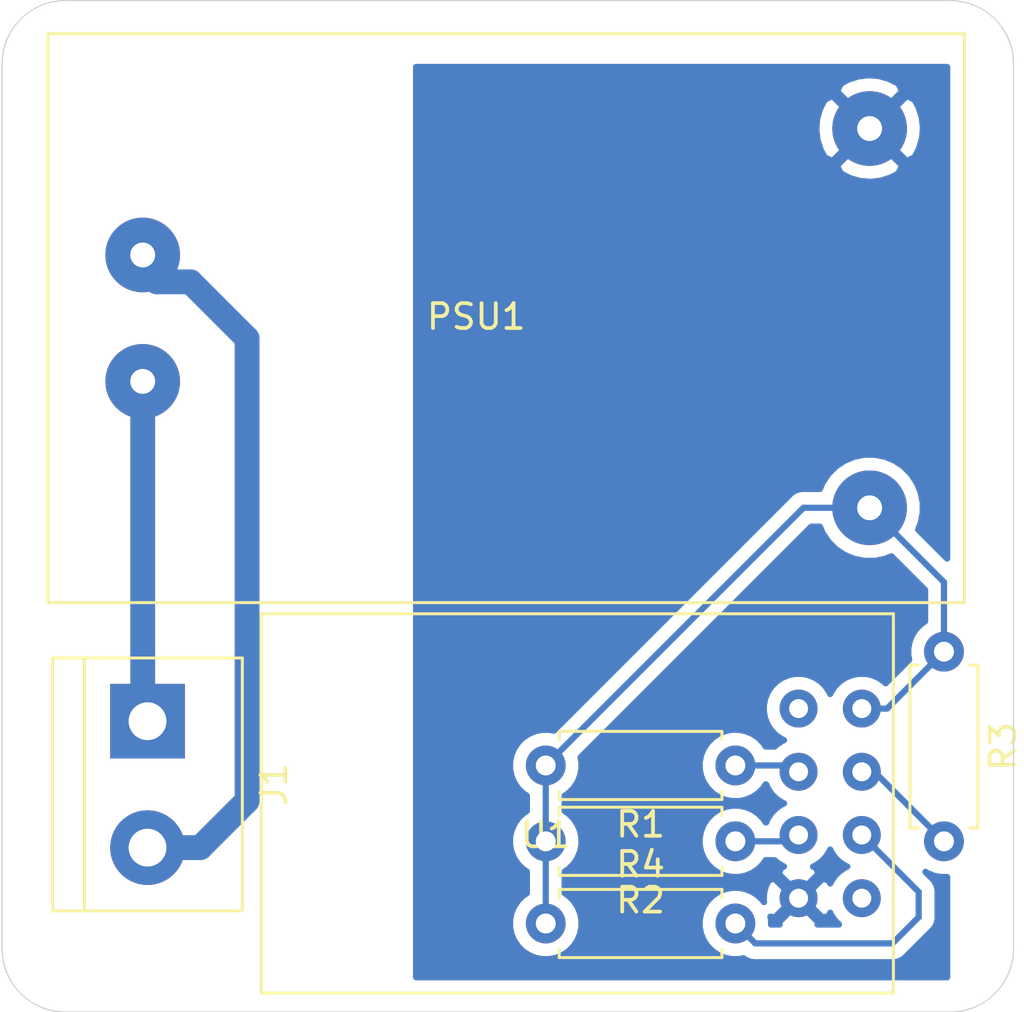
<source format=kicad_pcb>
(kicad_pcb (version 20171130) (host pcbnew "(5.1.7)-1")

  (general
    (thickness 1.6)
    (drawings 8)
    (tracks 28)
    (zones 0)
    (modules 7)
    (nets 11)
  )

  (page A4)
  (layers
    (0 F.Cu signal)
    (31 B.Cu signal)
    (32 B.Adhes user)
    (33 F.Adhes user)
    (34 B.Paste user)
    (35 F.Paste user)
    (36 B.SilkS user)
    (37 F.SilkS user)
    (38 B.Mask user)
    (39 F.Mask user)
    (40 Dwgs.User user)
    (41 Cmts.User user)
    (42 Eco1.User user)
    (43 Eco2.User user)
    (44 Edge.Cuts user)
    (45 Margin user)
    (46 B.CrtYd user)
    (47 F.CrtYd user)
    (48 B.Fab user)
    (49 F.Fab user)
  )

  (setup
    (last_trace_width 0.25)
    (trace_clearance 0.2)
    (zone_clearance 0.508)
    (zone_45_only no)
    (trace_min 0.2)
    (via_size 0.8)
    (via_drill 0.4)
    (via_min_size 0.4)
    (via_min_drill 0.3)
    (uvia_size 0.3)
    (uvia_drill 0.1)
    (uvias_allowed no)
    (uvia_min_size 0.2)
    (uvia_min_drill 0.1)
    (edge_width 0.05)
    (segment_width 0.2)
    (pcb_text_width 0.3)
    (pcb_text_size 1.5 1.5)
    (mod_edge_width 0.12)
    (mod_text_size 1 1)
    (mod_text_width 0.15)
    (pad_size 1.524 1.524)
    (pad_drill 0.762)
    (pad_to_mask_clearance 0)
    (aux_axis_origin 0 0)
    (visible_elements FFFFFF7F)
    (pcbplotparams
      (layerselection 0x010fc_ffffffff)
      (usegerberextensions false)
      (usegerberattributes true)
      (usegerberadvancedattributes true)
      (creategerberjobfile true)
      (excludeedgelayer true)
      (linewidth 0.100000)
      (plotframeref false)
      (viasonmask false)
      (mode 1)
      (useauxorigin false)
      (hpglpennumber 1)
      (hpglpenspeed 20)
      (hpglpendiameter 15.000000)
      (psnegative false)
      (psa4output false)
      (plotreference true)
      (plotvalue true)
      (plotinvisibletext false)
      (padsonsilk false)
      (subtractmaskfromsilk false)
      (outputformat 1)
      (mirror false)
      (drillshape 1)
      (scaleselection 1)
      (outputdirectory ""))
  )

  (net 0 "")
  (net 1 GND)
  (net 2 +3V3)
  (net 3 IO0)
  (net 4 IO2)
  (net 5 RST)
  (net 6 EN)
  (net 7 TX)
  (net 8 RX)
  (net 9 "Net-(J1-Pad2)")
  (net 10 "Net-(J1-Pad1)")

  (net_class Default "This is the default net class."
    (clearance 0.2)
    (trace_width 0.25)
    (via_dia 0.8)
    (via_drill 0.4)
    (uvia_dia 0.3)
    (uvia_drill 0.1)
    (add_net +3V3)
    (add_net EN)
    (add_net GND)
    (add_net IO0)
    (add_net IO2)
    (add_net RST)
    (add_net RX)
    (add_net TX)
  )

  (net_class "AC Power" ""
    (clearance 2)
    (trace_width 1)
    (via_dia 1)
    (via_drill 0.4)
    (uvia_dia 0.3)
    (uvia_drill 0.1)
    (add_net "Net-(J1-Pad1)")
    (add_net "Net-(J1-Pad2)")
  )

  (module Elektron_Components_1:AZ-Delivery_AC-03-3_3v3_PSU (layer F.Cu) (tedit 5FC91A23) (tstamp 5FCA5F35)
    (at 146.618001 77.530001)
    (path /5FCA0A99)
    (fp_text reference PSU1 (at -1.838001 -0.060001) (layer F.SilkS)
      (effects (font (size 1 1) (thickness 0.15)))
    )
    (fp_text value AZ-Delivery_AC-03-3_3v3_PSU (at -1.838001 -7.680001) (layer F.Fab)
      (effects (font (size 1 1) (thickness 0.15)))
    )
    (fp_line (start 17.78 -11.43) (end 17.78 11.43) (layer F.SilkS) (width 0.12))
    (fp_line (start 17.78 11.43) (end -19.05 11.43) (layer F.SilkS) (width 0.12))
    (fp_line (start -19.05 11.43) (end -19.05 -11.43) (layer F.SilkS) (width 0.12))
    (fp_line (start -19.05 -11.43) (end 17.78 -11.43) (layer F.SilkS) (width 0.12))
    (pad 1 thru_hole circle (at -15.24 -2.54) (size 3 3) (drill 1) (layers *.Cu *.Mask)
      (net 9 "Net-(J1-Pad2)"))
    (pad 2 thru_hole circle (at -15.24 2.54) (size 3 3) (drill 1) (layers *.Cu *.Mask)
      (net 10 "Net-(J1-Pad1)"))
    (pad 3 thru_hole circle (at 13.97 -7.62) (size 3 3) (drill 1) (layers *.Cu *.Mask)
      (net 1 GND))
    (pad 4 thru_hole circle (at 13.97 7.62) (size 3 3) (drill 1) (layers *.Cu *.Mask)
      (net 2 +3V3))
  )

  (module Resistor_THT:R_Axial_DIN0207_L6.3mm_D2.5mm_P7.62mm_Horizontal (layer F.Cu) (tedit 5AE5139B) (tstamp 5FCA5F4C)
    (at 155.194 95.504 180)
    (descr "Resistor, Axial_DIN0207 series, Axial, Horizontal, pin pitch=7.62mm, 0.25W = 1/4W, length*diameter=6.3*2.5mm^2, http://cdn-reichelt.de/documents/datenblatt/B400/1_4W%23YAG.pdf")
    (tags "Resistor Axial_DIN0207 series Axial Horizontal pin pitch 7.62mm 0.25W = 1/4W length 6.3mm diameter 2.5mm")
    (path /5FCAF00D)
    (fp_text reference R1 (at 3.81 -2.37) (layer F.SilkS)
      (effects (font (size 1 1) (thickness 0.15)))
    )
    (fp_text value R (at 3.81 2.37) (layer F.Fab)
      (effects (font (size 1 1) (thickness 0.15)))
    )
    (fp_line (start 8.67 -1.5) (end -1.05 -1.5) (layer F.CrtYd) (width 0.05))
    (fp_line (start 8.67 1.5) (end 8.67 -1.5) (layer F.CrtYd) (width 0.05))
    (fp_line (start -1.05 1.5) (end 8.67 1.5) (layer F.CrtYd) (width 0.05))
    (fp_line (start -1.05 -1.5) (end -1.05 1.5) (layer F.CrtYd) (width 0.05))
    (fp_line (start 7.08 1.37) (end 7.08 1.04) (layer F.SilkS) (width 0.12))
    (fp_line (start 0.54 1.37) (end 7.08 1.37) (layer F.SilkS) (width 0.12))
    (fp_line (start 0.54 1.04) (end 0.54 1.37) (layer F.SilkS) (width 0.12))
    (fp_line (start 7.08 -1.37) (end 7.08 -1.04) (layer F.SilkS) (width 0.12))
    (fp_line (start 0.54 -1.37) (end 7.08 -1.37) (layer F.SilkS) (width 0.12))
    (fp_line (start 0.54 -1.04) (end 0.54 -1.37) (layer F.SilkS) (width 0.12))
    (fp_line (start 7.62 0) (end 6.96 0) (layer F.Fab) (width 0.1))
    (fp_line (start 0 0) (end 0.66 0) (layer F.Fab) (width 0.1))
    (fp_line (start 6.96 -1.25) (end 0.66 -1.25) (layer F.Fab) (width 0.1))
    (fp_line (start 6.96 1.25) (end 6.96 -1.25) (layer F.Fab) (width 0.1))
    (fp_line (start 0.66 1.25) (end 6.96 1.25) (layer F.Fab) (width 0.1))
    (fp_line (start 0.66 -1.25) (end 0.66 1.25) (layer F.Fab) (width 0.1))
    (fp_text user %R (at 3.81 0) (layer F.Fab)
      (effects (font (size 1 1) (thickness 0.15)))
    )
    (pad 1 thru_hole circle (at 0 0 180) (size 1.6 1.6) (drill 0.8) (layers *.Cu *.Mask)
      (net 3 IO0))
    (pad 2 thru_hole oval (at 7.62 0 180) (size 1.6 1.6) (drill 0.8) (layers *.Cu *.Mask)
      (net 2 +3V3))
    (model ${KISYS3DMOD}/Resistor_THT.3dshapes/R_Axial_DIN0207_L6.3mm_D2.5mm_P7.62mm_Horizontal.wrl
      (at (xyz 0 0 0))
      (scale (xyz 1 1 1))
      (rotate (xyz 0 0 0))
    )
  )

  (module Resistor_THT:R_Axial_DIN0207_L6.3mm_D2.5mm_P7.62mm_Horizontal (layer F.Cu) (tedit 5AE5139B) (tstamp 5FCA65FA)
    (at 155.194 98.552 180)
    (descr "Resistor, Axial_DIN0207 series, Axial, Horizontal, pin pitch=7.62mm, 0.25W = 1/4W, length*diameter=6.3*2.5mm^2, http://cdn-reichelt.de/documents/datenblatt/B400/1_4W%23YAG.pdf")
    (tags "Resistor Axial_DIN0207 series Axial Horizontal pin pitch 7.62mm 0.25W = 1/4W length 6.3mm diameter 2.5mm")
    (path /5FCAF013)
    (fp_text reference R2 (at 3.81 -2.37) (layer F.SilkS)
      (effects (font (size 1 1) (thickness 0.15)))
    )
    (fp_text value R (at 3.81 2.37) (layer F.Fab)
      (effects (font (size 1 1) (thickness 0.15)))
    )
    (fp_text user %R (at 3.81 0) (layer F.Fab)
      (effects (font (size 1 1) (thickness 0.15)))
    )
    (fp_line (start 0.66 -1.25) (end 0.66 1.25) (layer F.Fab) (width 0.1))
    (fp_line (start 0.66 1.25) (end 6.96 1.25) (layer F.Fab) (width 0.1))
    (fp_line (start 6.96 1.25) (end 6.96 -1.25) (layer F.Fab) (width 0.1))
    (fp_line (start 6.96 -1.25) (end 0.66 -1.25) (layer F.Fab) (width 0.1))
    (fp_line (start 0 0) (end 0.66 0) (layer F.Fab) (width 0.1))
    (fp_line (start 7.62 0) (end 6.96 0) (layer F.Fab) (width 0.1))
    (fp_line (start 0.54 -1.04) (end 0.54 -1.37) (layer F.SilkS) (width 0.12))
    (fp_line (start 0.54 -1.37) (end 7.08 -1.37) (layer F.SilkS) (width 0.12))
    (fp_line (start 7.08 -1.37) (end 7.08 -1.04) (layer F.SilkS) (width 0.12))
    (fp_line (start 0.54 1.04) (end 0.54 1.37) (layer F.SilkS) (width 0.12))
    (fp_line (start 0.54 1.37) (end 7.08 1.37) (layer F.SilkS) (width 0.12))
    (fp_line (start 7.08 1.37) (end 7.08 1.04) (layer F.SilkS) (width 0.12))
    (fp_line (start -1.05 -1.5) (end -1.05 1.5) (layer F.CrtYd) (width 0.05))
    (fp_line (start -1.05 1.5) (end 8.67 1.5) (layer F.CrtYd) (width 0.05))
    (fp_line (start 8.67 1.5) (end 8.67 -1.5) (layer F.CrtYd) (width 0.05))
    (fp_line (start 8.67 -1.5) (end -1.05 -1.5) (layer F.CrtYd) (width 0.05))
    (pad 2 thru_hole oval (at 7.62 0 180) (size 1.6 1.6) (drill 0.8) (layers *.Cu *.Mask)
      (net 2 +3V3))
    (pad 1 thru_hole circle (at 0 0 180) (size 1.6 1.6) (drill 0.8) (layers *.Cu *.Mask)
      (net 4 IO2))
    (model ${KISYS3DMOD}/Resistor_THT.3dshapes/R_Axial_DIN0207_L6.3mm_D2.5mm_P7.62mm_Horizontal.wrl
      (at (xyz 0 0 0))
      (scale (xyz 1 1 1))
      (rotate (xyz 0 0 0))
    )
  )

  (module Resistor_THT:R_Axial_DIN0207_L6.3mm_D2.5mm_P7.62mm_Horizontal (layer F.Cu) (tedit 5AE5139B) (tstamp 5FCA672E)
    (at 163.576 90.932 270)
    (descr "Resistor, Axial_DIN0207 series, Axial, Horizontal, pin pitch=7.62mm, 0.25W = 1/4W, length*diameter=6.3*2.5mm^2, http://cdn-reichelt.de/documents/datenblatt/B400/1_4W%23YAG.pdf")
    (tags "Resistor Axial_DIN0207 series Axial Horizontal pin pitch 7.62mm 0.25W = 1/4W length 6.3mm diameter 2.5mm")
    (path /5FCAC133)
    (fp_text reference R3 (at 3.81 -2.37 90) (layer F.SilkS)
      (effects (font (size 1 1) (thickness 0.15)))
    )
    (fp_text value R (at 3.81 2.37 90) (layer F.Fab)
      (effects (font (size 1 1) (thickness 0.15)))
    )
    (fp_line (start 8.67 -1.5) (end -1.05 -1.5) (layer F.CrtYd) (width 0.05))
    (fp_line (start 8.67 1.5) (end 8.67 -1.5) (layer F.CrtYd) (width 0.05))
    (fp_line (start -1.05 1.5) (end 8.67 1.5) (layer F.CrtYd) (width 0.05))
    (fp_line (start -1.05 -1.5) (end -1.05 1.5) (layer F.CrtYd) (width 0.05))
    (fp_line (start 7.08 1.37) (end 7.08 1.04) (layer F.SilkS) (width 0.12))
    (fp_line (start 0.54 1.37) (end 7.08 1.37) (layer F.SilkS) (width 0.12))
    (fp_line (start 0.54 1.04) (end 0.54 1.37) (layer F.SilkS) (width 0.12))
    (fp_line (start 7.08 -1.37) (end 7.08 -1.04) (layer F.SilkS) (width 0.12))
    (fp_line (start 0.54 -1.37) (end 7.08 -1.37) (layer F.SilkS) (width 0.12))
    (fp_line (start 0.54 -1.04) (end 0.54 -1.37) (layer F.SilkS) (width 0.12))
    (fp_line (start 7.62 0) (end 6.96 0) (layer F.Fab) (width 0.1))
    (fp_line (start 0 0) (end 0.66 0) (layer F.Fab) (width 0.1))
    (fp_line (start 6.96 -1.25) (end 0.66 -1.25) (layer F.Fab) (width 0.1))
    (fp_line (start 6.96 1.25) (end 6.96 -1.25) (layer F.Fab) (width 0.1))
    (fp_line (start 0.66 1.25) (end 6.96 1.25) (layer F.Fab) (width 0.1))
    (fp_line (start 0.66 -1.25) (end 0.66 1.25) (layer F.Fab) (width 0.1))
    (fp_text user %R (at 3.81 0 90) (layer F.Fab)
      (effects (font (size 1 1) (thickness 0.15)))
    )
    (pad 1 thru_hole circle (at 0 0 270) (size 1.6 1.6) (drill 0.8) (layers *.Cu *.Mask)
      (net 2 +3V3))
    (pad 2 thru_hole oval (at 7.62 0 270) (size 1.6 1.6) (drill 0.8) (layers *.Cu *.Mask)
      (net 5 RST))
    (model ${KISYS3DMOD}/Resistor_THT.3dshapes/R_Axial_DIN0207_L6.3mm_D2.5mm_P7.62mm_Horizontal.wrl
      (at (xyz 0 0 0))
      (scale (xyz 1 1 1))
      (rotate (xyz 0 0 0))
    )
  )

  (module Resistor_THT:R_Axial_DIN0207_L6.3mm_D2.5mm_P7.62mm_Horizontal (layer F.Cu) (tedit 5AE5139B) (tstamp 5FCA5F91)
    (at 147.574 101.854)
    (descr "Resistor, Axial_DIN0207 series, Axial, Horizontal, pin pitch=7.62mm, 0.25W = 1/4W, length*diameter=6.3*2.5mm^2, http://cdn-reichelt.de/documents/datenblatt/B400/1_4W%23YAG.pdf")
    (tags "Resistor Axial_DIN0207 series Axial Horizontal pin pitch 7.62mm 0.25W = 1/4W length 6.3mm diameter 2.5mm")
    (path /5FCACA58)
    (fp_text reference R4 (at 3.81 -2.37) (layer F.SilkS)
      (effects (font (size 1 1) (thickness 0.15)))
    )
    (fp_text value R (at 3.81 2.37) (layer F.Fab)
      (effects (font (size 1 1) (thickness 0.15)))
    )
    (fp_text user %R (at 3.81 0 90) (layer F.Fab)
      (effects (font (size 1 1) (thickness 0.15)))
    )
    (fp_line (start 0.66 -1.25) (end 0.66 1.25) (layer F.Fab) (width 0.1))
    (fp_line (start 0.66 1.25) (end 6.96 1.25) (layer F.Fab) (width 0.1))
    (fp_line (start 6.96 1.25) (end 6.96 -1.25) (layer F.Fab) (width 0.1))
    (fp_line (start 6.96 -1.25) (end 0.66 -1.25) (layer F.Fab) (width 0.1))
    (fp_line (start 0 0) (end 0.66 0) (layer F.Fab) (width 0.1))
    (fp_line (start 7.62 0) (end 6.96 0) (layer F.Fab) (width 0.1))
    (fp_line (start 0.54 -1.04) (end 0.54 -1.37) (layer F.SilkS) (width 0.12))
    (fp_line (start 0.54 -1.37) (end 7.08 -1.37) (layer F.SilkS) (width 0.12))
    (fp_line (start 7.08 -1.37) (end 7.08 -1.04) (layer F.SilkS) (width 0.12))
    (fp_line (start 0.54 1.04) (end 0.54 1.37) (layer F.SilkS) (width 0.12))
    (fp_line (start 0.54 1.37) (end 7.08 1.37) (layer F.SilkS) (width 0.12))
    (fp_line (start 7.08 1.37) (end 7.08 1.04) (layer F.SilkS) (width 0.12))
    (fp_line (start -1.05 -1.5) (end -1.05 1.5) (layer F.CrtYd) (width 0.05))
    (fp_line (start -1.05 1.5) (end 8.67 1.5) (layer F.CrtYd) (width 0.05))
    (fp_line (start 8.67 1.5) (end 8.67 -1.5) (layer F.CrtYd) (width 0.05))
    (fp_line (start 8.67 -1.5) (end -1.05 -1.5) (layer F.CrtYd) (width 0.05))
    (pad 2 thru_hole oval (at 7.62 0) (size 1.6 1.6) (drill 0.8) (layers *.Cu *.Mask)
      (net 6 EN))
    (pad 1 thru_hole circle (at 0 0) (size 1.6 1.6) (drill 0.8) (layers *.Cu *.Mask)
      (net 2 +3V3))
    (model ${KISYS3DMOD}/Resistor_THT.3dshapes/R_Axial_DIN0207_L6.3mm_D2.5mm_P7.62mm_Horizontal.wrl
      (at (xyz 0 0 0))
      (scale (xyz 1 1 1))
      (rotate (xyz 0 0 0))
    )
  )

  (module Elektron_Components_1:ESP8266_ESP01 (layer F.Cu) (tedit 5FC9F89A) (tstamp 5FCA5FA1)
    (at 159.004 97.028)
    (path /5FCA1DDF)
    (fp_text reference U1 (at -11.43 1.27) (layer F.SilkS)
      (effects (font (size 1 1) (thickness 0.15)))
    )
    (fp_text value ESP8266_ESP01 (at -10.16 -1.27) (layer F.Fab)
      (effects (font (size 1 1) (thickness 0.15)))
    )
    (fp_line (start -22.86 7.62) (end 2.54 7.62) (layer F.SilkS) (width 0.12))
    (fp_line (start -22.86 -7.62) (end -22.86 7.62) (layer F.SilkS) (width 0.12))
    (fp_line (start 2.54 -7.62) (end -22.86 -7.62) (layer F.SilkS) (width 0.12))
    (fp_line (start 2.54 -7.62) (end 2.54 7.62) (layer F.SilkS) (width 0.12))
    (pad 3 thru_hole circle (at 1.27 -1.27) (size 1.524 1.524) (drill 0.762) (layers *.Cu *.Mask)
      (net 5 RST))
    (pad 2 thru_hole circle (at 1.27 1.27) (size 1.524 1.524) (drill 0.762) (layers *.Cu *.Mask)
      (net 6 EN))
    (pad 4 thru_hole circle (at 1.27 -3.81) (size 1.524 1.524) (drill 0.762) (layers *.Cu *.Mask)
      (net 2 +3V3))
    (pad 1 thru_hole circle (at 1.27 3.81) (size 1.524 1.524) (drill 0.762) (layers *.Cu *.Mask)
      (net 7 TX))
    (pad 5 thru_hole circle (at -1.27 3.81) (size 1.524 1.524) (drill 0.762) (layers *.Cu *.Mask)
      (net 1 GND))
    (pad 6 thru_hole circle (at -1.27 1.27) (size 1.524 1.524) (drill 0.762) (layers *.Cu *.Mask)
      (net 4 IO2))
    (pad 7 thru_hole circle (at -1.27 -1.27) (size 1.524 1.524) (drill 0.762) (layers *.Cu *.Mask)
      (net 3 IO0))
    (pad 8 thru_hole circle (at -1.27 -3.81) (size 1.524 1.524) (drill 0.762) (layers *.Cu *.Mask)
      (net 8 RX))
  )

  (module TerminalBlock:TerminalBlock_bornier-2_P5.08mm (layer F.Cu) (tedit 59FF03AB) (tstamp 5FCA62E3)
    (at 131.572 93.726 270)
    (descr "simple 2-pin terminal block, pitch 5.08mm, revamped version of bornier2")
    (tags "terminal block bornier2")
    (path /5FCBBA49)
    (fp_text reference J1 (at 2.54 -5.08 90) (layer F.SilkS)
      (effects (font (size 1 1) (thickness 0.15)))
    )
    (fp_text value Screw_Terminal_01x02 (at 2.54 5.08 90) (layer F.Fab)
      (effects (font (size 1 1) (thickness 0.15)))
    )
    (fp_line (start 7.79 4) (end -2.71 4) (layer F.CrtYd) (width 0.05))
    (fp_line (start 7.79 4) (end 7.79 -4) (layer F.CrtYd) (width 0.05))
    (fp_line (start -2.71 -4) (end -2.71 4) (layer F.CrtYd) (width 0.05))
    (fp_line (start -2.71 -4) (end 7.79 -4) (layer F.CrtYd) (width 0.05))
    (fp_line (start -2.54 3.81) (end 7.62 3.81) (layer F.SilkS) (width 0.12))
    (fp_line (start -2.54 -3.81) (end -2.54 3.81) (layer F.SilkS) (width 0.12))
    (fp_line (start 7.62 -3.81) (end -2.54 -3.81) (layer F.SilkS) (width 0.12))
    (fp_line (start 7.62 3.81) (end 7.62 -3.81) (layer F.SilkS) (width 0.12))
    (fp_line (start 7.62 2.54) (end -2.54 2.54) (layer F.SilkS) (width 0.12))
    (fp_line (start 7.54 -3.75) (end -2.46 -3.75) (layer F.Fab) (width 0.1))
    (fp_line (start 7.54 3.75) (end 7.54 -3.75) (layer F.Fab) (width 0.1))
    (fp_line (start -2.46 3.75) (end 7.54 3.75) (layer F.Fab) (width 0.1))
    (fp_line (start -2.46 -3.75) (end -2.46 3.75) (layer F.Fab) (width 0.1))
    (fp_line (start -2.41 2.55) (end 7.49 2.55) (layer F.Fab) (width 0.1))
    (fp_text user %R (at 2.54 0 90) (layer F.Fab)
      (effects (font (size 1 1) (thickness 0.15)))
    )
    (pad 1 thru_hole rect (at 0 0 270) (size 3 3) (drill 1.52) (layers *.Cu *.Mask)
      (net 10 "Net-(J1-Pad1)"))
    (pad 2 thru_hole circle (at 5.08 0 270) (size 3 3) (drill 1.52) (layers *.Cu *.Mask)
      (net 9 "Net-(J1-Pad2)"))
    (model ${KISYS3DMOD}/TerminalBlock.3dshapes/TerminalBlock_bornier-2_P5.08mm.wrl
      (offset (xyz 2.539999961853027 0 0))
      (scale (xyz 1 1 1))
      (rotate (xyz 0 0 0))
    )
  )

  (gr_arc (start 163.83 67.31) (end 166.37 67.31) (angle -90) (layer Edge.Cuts) (width 0.05))
  (gr_arc (start 128.27 67.31) (end 128.27 64.77) (angle -90) (layer Edge.Cuts) (width 0.05))
  (gr_arc (start 128.27 102.87) (end 125.73 102.87) (angle -90) (layer Edge.Cuts) (width 0.05))
  (gr_arc (start 163.83 102.87) (end 163.83 105.41) (angle -90) (layer Edge.Cuts) (width 0.05))
  (gr_line (start 163.83 105.41) (end 128.27 105.41) (layer Edge.Cuts) (width 0.05) (tstamp 5FCA6928))
  (gr_line (start 125.73 67.31) (end 125.73 102.87) (layer Edge.Cuts) (width 0.05))
  (gr_line (start 163.83 64.77) (end 128.27 64.77) (layer Edge.Cuts) (width 0.05))
  (gr_line (start 166.37 102.87) (end 166.37 67.31) (layer Edge.Cuts) (width 0.05))

  (segment (start 163.576 88.138) (end 160.588001 85.150001) (width 0.25) (layer B.Cu) (net 2))
  (segment (start 163.576 90.932) (end 163.576 88.138) (width 0.25) (layer B.Cu) (net 2))
  (segment (start 161.29 93.218) (end 160.274 93.218) (width 0.25) (layer B.Cu) (net 2))
  (segment (start 163.576 90.932) (end 161.29 93.218) (width 0.25) (layer B.Cu) (net 2))
  (segment (start 157.927999 85.150001) (end 147.574 95.504) (width 0.25) (layer B.Cu) (net 2))
  (segment (start 160.588001 85.150001) (end 157.927999 85.150001) (width 0.25) (layer B.Cu) (net 2))
  (segment (start 147.574 95.504) (end 147.574 98.552) (width 0.25) (layer B.Cu) (net 2))
  (segment (start 147.574 98.552) (end 147.574 101.854) (width 0.25) (layer B.Cu) (net 2))
  (segment (start 157.48 95.504) (end 157.734 95.758) (width 0.25) (layer B.Cu) (net 3))
  (segment (start 155.194 95.504) (end 157.48 95.504) (width 0.25) (layer B.Cu) (net 3))
  (segment (start 157.48 98.552) (end 157.734 98.298) (width 0.25) (layer B.Cu) (net 4))
  (segment (start 155.194 98.552) (end 157.48 98.552) (width 0.25) (layer B.Cu) (net 4))
  (segment (start 160.782 95.758) (end 160.274 95.758) (width 0.25) (layer B.Cu) (net 5))
  (segment (start 163.576 98.552) (end 160.782 95.758) (width 0.25) (layer B.Cu) (net 5))
  (segment (start 155.993999 102.653999) (end 161.506001 102.653999) (width 0.25) (layer B.Cu) (net 6))
  (segment (start 155.194 101.854) (end 155.993999 102.653999) (width 0.25) (layer B.Cu) (net 6))
  (segment (start 161.506001 102.653999) (end 162.56 101.6) (width 0.25) (layer B.Cu) (net 6))
  (segment (start 162.56 100.584) (end 160.274 98.298) (width 0.25) (layer B.Cu) (net 6))
  (segment (start 162.56 101.6) (end 162.56 100.584) (width 0.25) (layer B.Cu) (net 6))
  (segment (start 133.69332 98.806) (end 131.572 98.806) (width 1) (layer B.Cu) (net 9))
  (segment (start 133.298002 76.07) (end 135.572001 78.343999) (width 1) (layer B.Cu) (net 9))
  (segment (start 131.95 76.07) (end 133.298002 76.07) (width 1) (layer B.Cu) (net 9))
  (segment (start 135.572001 96.927319) (end 133.69332 98.806) (width 1) (layer B.Cu) (net 9))
  (segment (start 135.572001 78.343999) (end 135.572001 96.927319) (width 1) (layer B.Cu) (net 9))
  (segment (start 131.378001 75.498001) (end 131.95 76.07) (width 1) (layer B.Cu) (net 9))
  (segment (start 131.378001 74.990001) (end 131.378001 75.498001) (width 1) (layer B.Cu) (net 9))
  (segment (start 131.378001 93.532001) (end 131.572 93.726) (width 1) (layer B.Cu) (net 10))
  (segment (start 131.378001 80.070001) (end 131.378001 93.532001) (width 1) (layer B.Cu) (net 10))

  (zone (net 1) (net_name GND) (layer B.Cu) (tstamp 0) (hatch edge 0.508)
    (connect_pads (clearance 0.508))
    (min_thickness 0.254)
    (fill yes (arc_segments 32) (thermal_gap 0.508) (thermal_bridge_width 0.508))
    (polygon
      (pts
        (xy 163.83 104.14) (xy 142.24 104.14) (xy 142.24 67.31) (xy 163.83 67.31)
      )
    )
    (filled_polygon
      (pts
        (xy 163.703 87.190198) (xy 162.536861 86.02406) (xy 162.640954 85.772757) (xy 162.723001 85.36028) (xy 162.723001 84.939722)
        (xy 162.640954 84.527245) (xy 162.480013 84.138699) (xy 162.246364 83.789018) (xy 161.948984 83.491638) (xy 161.599303 83.257989)
        (xy 161.210757 83.097048) (xy 160.79828 83.015001) (xy 160.377722 83.015001) (xy 159.965245 83.097048) (xy 159.576699 83.257989)
        (xy 159.227018 83.491638) (xy 158.929638 83.789018) (xy 158.695989 84.138699) (xy 158.591896 84.390001) (xy 157.965322 84.390001)
        (xy 157.927999 84.386325) (xy 157.890676 84.390001) (xy 157.890666 84.390001) (xy 157.779013 84.400998) (xy 157.635752 84.444455)
        (xy 157.503723 84.515027) (xy 157.387998 84.61) (xy 157.3642 84.638998) (xy 147.897887 94.105312) (xy 147.715335 94.069)
        (xy 147.432665 94.069) (xy 147.155426 94.124147) (xy 146.894273 94.23232) (xy 146.659241 94.389363) (xy 146.459363 94.589241)
        (xy 146.30232 94.824273) (xy 146.194147 95.085426) (xy 146.139 95.362665) (xy 146.139 95.645335) (xy 146.194147 95.922574)
        (xy 146.30232 96.183727) (xy 146.459363 96.418759) (xy 146.659241 96.618637) (xy 146.814 96.722044) (xy 146.814001 97.333956)
        (xy 146.659241 97.437363) (xy 146.459363 97.637241) (xy 146.30232 97.872273) (xy 146.194147 98.133426) (xy 146.139 98.410665)
        (xy 146.139 98.693335) (xy 146.194147 98.970574) (xy 146.30232 99.231727) (xy 146.459363 99.466759) (xy 146.659241 99.666637)
        (xy 146.814 99.770044) (xy 146.814001 100.635956) (xy 146.659241 100.739363) (xy 146.459363 100.939241) (xy 146.30232 101.174273)
        (xy 146.194147 101.435426) (xy 146.139 101.712665) (xy 146.139 101.995335) (xy 146.194147 102.272574) (xy 146.30232 102.533727)
        (xy 146.459363 102.768759) (xy 146.659241 102.968637) (xy 146.894273 103.12568) (xy 147.155426 103.233853) (xy 147.432665 103.289)
        (xy 147.715335 103.289) (xy 147.992574 103.233853) (xy 148.253727 103.12568) (xy 148.488759 102.968637) (xy 148.688637 102.768759)
        (xy 148.84568 102.533727) (xy 148.953853 102.272574) (xy 149.009 101.995335) (xy 149.009 101.712665) (xy 148.953853 101.435426)
        (xy 148.84568 101.174273) (xy 148.688637 100.939241) (xy 148.488759 100.739363) (xy 148.334 100.635957) (xy 148.334 99.770043)
        (xy 148.488759 99.666637) (xy 148.688637 99.466759) (xy 148.84568 99.231727) (xy 148.953853 98.970574) (xy 149.009 98.693335)
        (xy 149.009 98.410665) (xy 148.953853 98.133426) (xy 148.84568 97.872273) (xy 148.688637 97.637241) (xy 148.488759 97.437363)
        (xy 148.334 97.333957) (xy 148.334 96.722043) (xy 148.488759 96.618637) (xy 148.688637 96.418759) (xy 148.84568 96.183727)
        (xy 148.953853 95.922574) (xy 149.009 95.645335) (xy 149.009 95.362665) (xy 148.972688 95.180113) (xy 158.242801 85.910001)
        (xy 158.591896 85.910001) (xy 158.695989 86.161303) (xy 158.929638 86.510984) (xy 159.227018 86.808364) (xy 159.576699 87.042013)
        (xy 159.965245 87.202954) (xy 160.377722 87.285001) (xy 160.79828 87.285001) (xy 161.210757 87.202954) (xy 161.46206 87.098861)
        (xy 162.816001 88.452803) (xy 162.816 89.713956) (xy 162.661241 89.817363) (xy 162.461363 90.017241) (xy 162.30432 90.252273)
        (xy 162.196147 90.513426) (xy 162.141 90.790665) (xy 162.141 91.073335) (xy 162.177312 91.255886) (xy 161.232427 92.200772)
        (xy 161.164535 92.13288) (xy 160.935727 91.979995) (xy 160.68149 91.874686) (xy 160.411592 91.821) (xy 160.136408 91.821)
        (xy 159.86651 91.874686) (xy 159.612273 91.979995) (xy 159.383465 92.13288) (xy 159.18888 92.327465) (xy 159.035995 92.556273)
        (xy 159.004 92.633515) (xy 158.972005 92.556273) (xy 158.81912 92.327465) (xy 158.624535 92.13288) (xy 158.395727 91.979995)
        (xy 158.14149 91.874686) (xy 157.871592 91.821) (xy 157.596408 91.821) (xy 157.32651 91.874686) (xy 157.072273 91.979995)
        (xy 156.843465 92.13288) (xy 156.64888 92.327465) (xy 156.495995 92.556273) (xy 156.390686 92.81051) (xy 156.337 93.080408)
        (xy 156.337 93.355592) (xy 156.390686 93.62549) (xy 156.495995 93.879727) (xy 156.64888 94.108535) (xy 156.843465 94.30312)
        (xy 157.072273 94.456005) (xy 157.149515 94.488) (xy 157.072273 94.519995) (xy 156.843465 94.67288) (xy 156.772345 94.744)
        (xy 156.412043 94.744) (xy 156.308637 94.589241) (xy 156.108759 94.389363) (xy 155.873727 94.23232) (xy 155.612574 94.124147)
        (xy 155.335335 94.069) (xy 155.052665 94.069) (xy 154.775426 94.124147) (xy 154.514273 94.23232) (xy 154.279241 94.389363)
        (xy 154.079363 94.589241) (xy 153.92232 94.824273) (xy 153.814147 95.085426) (xy 153.759 95.362665) (xy 153.759 95.645335)
        (xy 153.814147 95.922574) (xy 153.92232 96.183727) (xy 154.079363 96.418759) (xy 154.279241 96.618637) (xy 154.514273 96.77568)
        (xy 154.775426 96.883853) (xy 155.052665 96.939) (xy 155.335335 96.939) (xy 155.612574 96.883853) (xy 155.873727 96.77568)
        (xy 156.108759 96.618637) (xy 156.308637 96.418759) (xy 156.412043 96.264) (xy 156.43149 96.264) (xy 156.495995 96.419727)
        (xy 156.64888 96.648535) (xy 156.843465 96.84312) (xy 157.072273 96.996005) (xy 157.149515 97.028) (xy 157.072273 97.059995)
        (xy 156.843465 97.21288) (xy 156.64888 97.407465) (xy 156.495995 97.636273) (xy 156.43149 97.792) (xy 156.412043 97.792)
        (xy 156.308637 97.637241) (xy 156.108759 97.437363) (xy 155.873727 97.28032) (xy 155.612574 97.172147) (xy 155.335335 97.117)
        (xy 155.052665 97.117) (xy 154.775426 97.172147) (xy 154.514273 97.28032) (xy 154.279241 97.437363) (xy 154.079363 97.637241)
        (xy 153.92232 97.872273) (xy 153.814147 98.133426) (xy 153.759 98.410665) (xy 153.759 98.693335) (xy 153.814147 98.970574)
        (xy 153.92232 99.231727) (xy 154.079363 99.466759) (xy 154.279241 99.666637) (xy 154.514273 99.82368) (xy 154.775426 99.931853)
        (xy 155.052665 99.987) (xy 155.335335 99.987) (xy 155.612574 99.931853) (xy 155.873727 99.82368) (xy 156.108759 99.666637)
        (xy 156.308637 99.466759) (xy 156.412043 99.312) (xy 156.772345 99.312) (xy 156.843465 99.38312) (xy 157.072273 99.536005)
        (xy 157.143943 99.565692) (xy 157.130977 99.570364) (xy 157.01502 99.632344) (xy 156.94804 99.872435) (xy 157.734 100.658395)
        (xy 158.51996 99.872435) (xy 158.45298 99.632344) (xy 158.31724 99.568515) (xy 158.395727 99.536005) (xy 158.624535 99.38312)
        (xy 158.81912 99.188535) (xy 158.972005 98.959727) (xy 159.004 98.882485) (xy 159.035995 98.959727) (xy 159.18888 99.188535)
        (xy 159.383465 99.38312) (xy 159.612273 99.536005) (xy 159.689515 99.568) (xy 159.612273 99.599995) (xy 159.383465 99.75288)
        (xy 159.18888 99.947465) (xy 159.035995 100.176273) (xy 159.006308 100.247943) (xy 159.001636 100.234977) (xy 158.939656 100.11902)
        (xy 158.699565 100.05204) (xy 157.913605 100.838) (xy 158.699565 101.62396) (xy 158.939656 101.55698) (xy 159.003485 101.42124)
        (xy 159.035995 101.499727) (xy 159.18888 101.728535) (xy 159.354344 101.893999) (xy 158.494731 101.893999) (xy 158.51996 101.803565)
        (xy 157.734 101.017605) (xy 156.94804 101.803565) (xy 156.973269 101.893999) (xy 156.629 101.893999) (xy 156.629 101.712665)
        (xy 156.602126 101.577564) (xy 156.768435 101.62396) (xy 157.554395 100.838) (xy 156.768435 100.05204) (xy 156.528344 100.11902)
        (xy 156.411244 100.368048) (xy 156.344977 100.635135) (xy 156.33209 100.910017) (xy 156.344599 100.993062) (xy 156.308637 100.939241)
        (xy 156.108759 100.739363) (xy 155.873727 100.58232) (xy 155.612574 100.474147) (xy 155.335335 100.419) (xy 155.052665 100.419)
        (xy 154.775426 100.474147) (xy 154.514273 100.58232) (xy 154.279241 100.739363) (xy 154.079363 100.939241) (xy 153.92232 101.174273)
        (xy 153.814147 101.435426) (xy 153.759 101.712665) (xy 153.759 101.995335) (xy 153.814147 102.272574) (xy 153.92232 102.533727)
        (xy 154.079363 102.768759) (xy 154.279241 102.968637) (xy 154.514273 103.12568) (xy 154.775426 103.233853) (xy 155.052665 103.289)
        (xy 155.335335 103.289) (xy 155.524022 103.251467) (xy 155.52592 103.253025) (xy 155.569723 103.288973) (xy 155.701752 103.359545)
        (xy 155.845013 103.403002) (xy 155.956666 103.413999) (xy 155.956675 103.413999) (xy 155.993998 103.417675) (xy 156.031321 103.413999)
        (xy 161.468679 103.413999) (xy 161.506001 103.417675) (xy 161.543323 103.413999) (xy 161.543334 103.413999) (xy 161.654987 103.403002)
        (xy 161.798248 103.359545) (xy 161.930277 103.288973) (xy 162.046002 103.194) (xy 162.069805 103.164997) (xy 163.071004 102.163798)
        (xy 163.100001 102.140001) (xy 163.194974 102.024276) (xy 163.265546 101.892247) (xy 163.309003 101.748986) (xy 163.32 101.637333)
        (xy 163.32 101.637325) (xy 163.323676 101.6) (xy 163.32 101.562675) (xy 163.32 100.621322) (xy 163.323676 100.583999)
        (xy 163.32 100.546676) (xy 163.32 100.546667) (xy 163.309003 100.435014) (xy 163.265546 100.291753) (xy 163.194974 100.159724)
        (xy 163.100001 100.043999) (xy 163.071003 100.020201) (xy 162.830602 99.7798) (xy 162.896273 99.82368) (xy 163.157426 99.931853)
        (xy 163.434665 99.987) (xy 163.703 99.987) (xy 163.703 104.013) (xy 142.367 104.013) (xy 142.367 71.401654)
        (xy 159.275953 71.401654) (xy 159.431963 71.717215) (xy 159.806746 71.908021) (xy 160.211552 72.022045) (xy 160.630825 72.054903)
        (xy 161.048452 72.005335) (xy 161.448384 71.875244) (xy 161.744039 71.717215) (xy 161.900049 71.401654) (xy 160.588001 70.089606)
        (xy 159.275953 71.401654) (xy 142.367 71.401654) (xy 142.367 69.952825) (xy 158.443099 69.952825) (xy 158.492667 70.370452)
        (xy 158.622758 70.770384) (xy 158.780787 71.066039) (xy 159.096348 71.222049) (xy 160.408396 69.910001) (xy 160.767606 69.910001)
        (xy 162.079654 71.222049) (xy 162.395215 71.066039) (xy 162.586021 70.691256) (xy 162.700045 70.28645) (xy 162.732903 69.867177)
        (xy 162.683335 69.44955) (xy 162.553244 69.049618) (xy 162.395215 68.753963) (xy 162.079654 68.597953) (xy 160.767606 69.910001)
        (xy 160.408396 69.910001) (xy 159.096348 68.597953) (xy 158.780787 68.753963) (xy 158.589981 69.128746) (xy 158.475957 69.533552)
        (xy 158.443099 69.952825) (xy 142.367 69.952825) (xy 142.367 68.418348) (xy 159.275953 68.418348) (xy 160.588001 69.730396)
        (xy 161.900049 68.418348) (xy 161.744039 68.102787) (xy 161.369256 67.911981) (xy 160.96445 67.797957) (xy 160.545177 67.765099)
        (xy 160.12755 67.814667) (xy 159.727618 67.944758) (xy 159.431963 68.102787) (xy 159.275953 68.418348) (xy 142.367 68.418348)
        (xy 142.367 67.437) (xy 163.703 67.437)
      )
    )
  )
)

</source>
